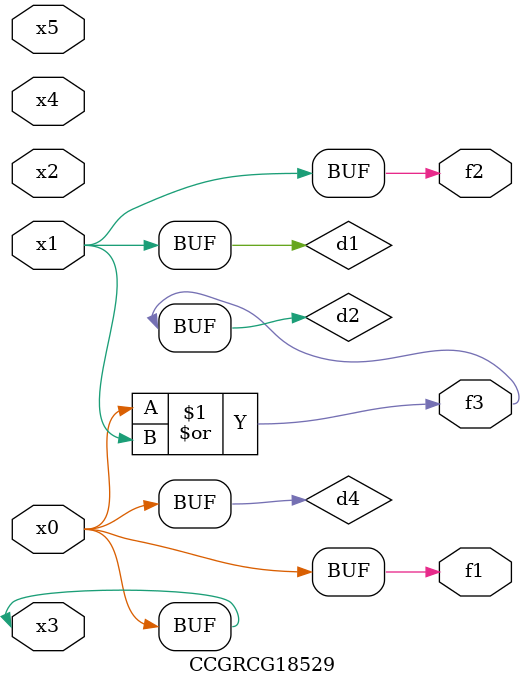
<source format=v>
module CCGRCG18529(
	input x0, x1, x2, x3, x4, x5,
	output f1, f2, f3
);

	wire d1, d2, d3, d4;

	and (d1, x1);
	or (d2, x0, x1);
	nand (d3, x0, x5);
	buf (d4, x0, x3);
	assign f1 = d4;
	assign f2 = d1;
	assign f3 = d2;
endmodule

</source>
